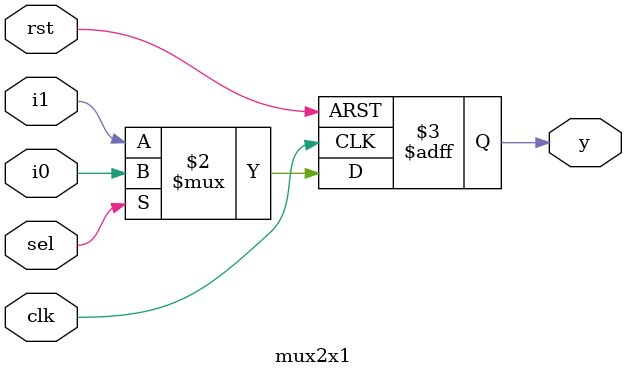
<source format=sv>
module mux2x1(input i0,
              input i1,
              input sel,
              input clk,
              input rst,
              output reg y);
  
  always@(posedge clk, posedge rst)
    begin
      if(rst) begin
        y <= 0;
      end else begin
        y <= sel?i0:i1;
      end
    end
  
endmodule
</source>
